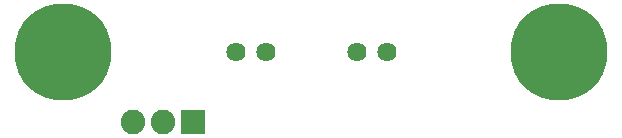
<source format=gbr>
G75*
G70*
%OFA0B0*%
%FSLAX24Y24*%
%IPPOS*%
%LPD*%
%AMOC8*
5,1,8,0,0,1.08239X$1,22.5*
%
%ADD10C,0.3230*%
%ADD11R,0.0820X0.0820*%
%ADD12C,0.0820*%
%ADD13C,0.0640*%
D10*
X002494Y004511D03*
X019029Y004511D03*
D11*
X006824Y002149D03*
D12*
X004824Y002149D03*
X005824Y002149D03*
D13*
X008257Y004495D03*
X009257Y004495D03*
X012273Y004495D03*
X013273Y004495D03*
M02*

</source>
